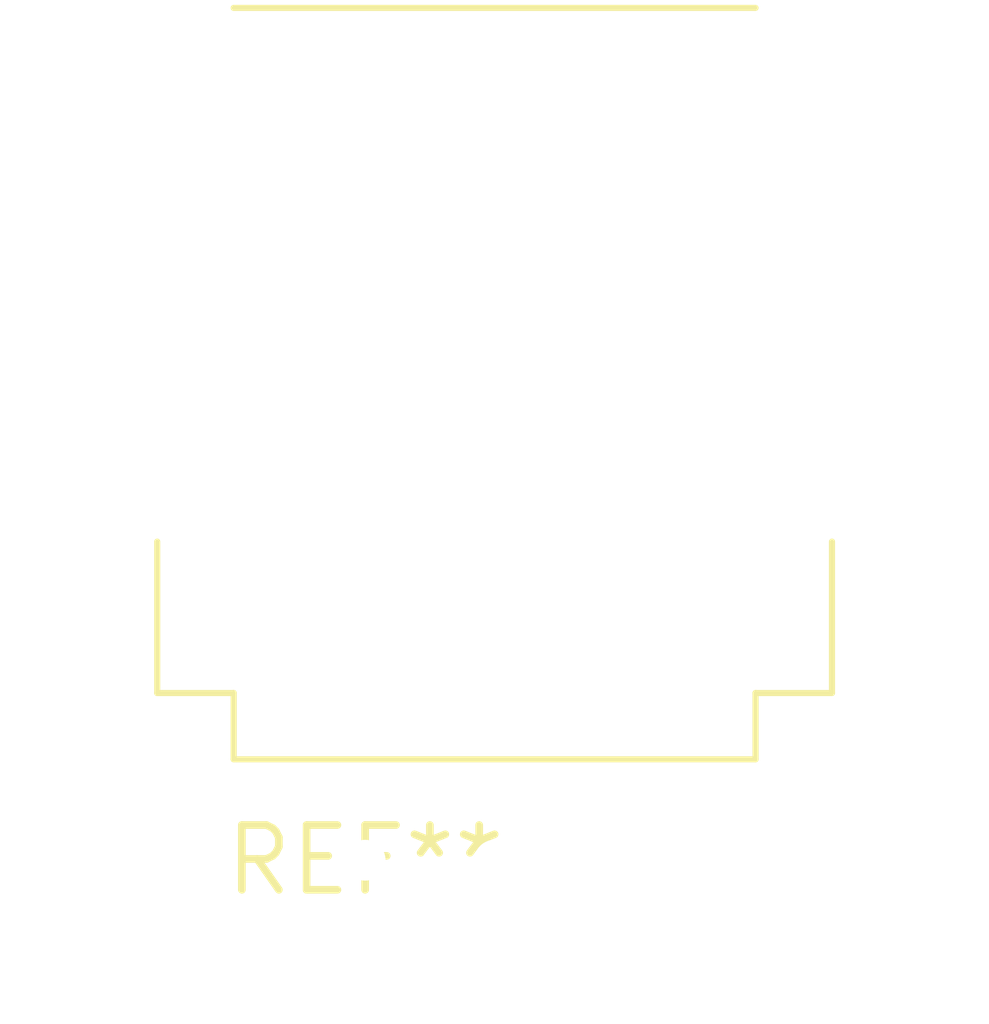
<source format=kicad_pcb>
(kicad_pcb (version 20240108) (generator pcbnew)
  (layers (0 "F.Cu" signal) (31 "B.Cu" signal) (34 "B.Paste" user) (35 "F.Paste" user) (36 "B.SilkS" user "B.Silkscreen") (37 "F.SilkS" user "F.Silkscreen") (38 "B.Mask" user) (39 "F.Mask" user) (44 "Edge.Cuts" user))
  (net 0 "")
  (footprint "AKM_CQ_7" (layer "F.Cu") (at 0 0)
    (property "Reference" "REF**")
    (property "Value" "AKM_CQ_7")
    (fp_line (start -4.08 -6.25) (end -4.08 -3.28) (layer "F.SilkS") (stroke (width 0.12)))
    (fp_line (start -2.58 -3.28) (end -4.08 -3.28) (layer "F.SilkS") (stroke (width 0.12)))
    (fp_line (start -2.58 -3.28) (end -2.58 -1.98) (layer "F.SilkS") (stroke (width 0.12)))
    (fp_line (start -2.58 -1.98) (end 7.66 -1.98) (layer "F.SilkS") (stroke (width 0.12)))
    (fp_line (start 7.66 -16.72) (end -2.58 -16.72) (layer "F.SilkS") (stroke (width 0.12)))
    (fp_line (start 7.66 -3.28) (end 7.66 -1.98) (layer "F.SilkS") (stroke (width 0.12)))
    (fp_line (start 7.66 -3.28) (end 9.16 -3.28) (layer "F.SilkS") (stroke (width 0.12)))
    (fp_line (start 9.16 -6.25) (end 9.16 -3.28) (layer "F.SilkS") (stroke (width 0.12)))
    (pad "1" thru_hole rect (at 0 0) (size 1.5 1.5) (drill 0.8) (layers *.Cu *.Mask) (remove_unused_layers))
    (pad "2" thru_hole circle (at 1.27 2.2) (size 1.5 1.5) (drill 0.8) (layers *.Cu *.Mask) (remove_unused_layers))
    (pad "3" thru_hole circle (at 2.54 0) (size 1.5 1.5) (drill 0.8) (layers *.Cu *.Mask) (remove_unused_layers))
    (pad "4" thru_hole circle (at 3.81 2.2) (size 1.5 1.5) (drill 0.8) (layers *.Cu *.Mask) (remove_unused_layers))
    (pad "5" thru_hole circle (at 5.08 0) (size 1.5 1.5) (drill 0.8) (layers *.Cu *.Mask) (remove_unused_layers))
    (pad "6" thru_hole circle (at 6.965 -13.6) (size 0.8 0.8) (drill 0.5) (layers *.Cu *.Mask) (remove_unused_layers))
    (pad "6" thru_hole circle (at 6.965 -12.27) (size 0.8 0.8) (drill 0.5) (layers *.Cu *.Mask) (remove_unused_layers))
    (pad "6" thru_hole circle (at 6.965 -10.93) (size 0.8 0.8) (drill 0.5) (layers *.Cu *.Mask) (remove_unused_layers))
    (pad "6" thru_hole circle (at 6.965 -9.6) (size 0.8 0.8) (drill 0.5) (layers *.Cu *.Mask) (remove_unused_layers))
    (pad "6" thru_hole circle (at 7.345 -14.78) (size 0.8 0.8) (drill 0.5) (layers *.Cu *.Mask) (remove_unused_layers))
    (pad "6" thru_hole circle (at 7.345 -8.42) (size 0.8 0.8) (drill 0.5) (layers *.Cu *.Mask) (remove_unused_layers))
    (pad "6" thru_hole circle (at 8.347 -15.5) (size 0.8 0.8) (drill 0.5) (layers *.Cu *.Mask) (remove_unused_layers))
    (pad "6" thru_hole circle (at 8.347 -7.7) (size 0.8 0.8) (drill 0.5) (layers *.Cu *.Mask) (remove_unused_layers))
    (pad "6" thru_hole oval (at 8.965 -11.6) (size 6 10) (drill oval 2 6) (layers *.Cu *.Mask) (remove_unused_layers))
    (pad "6" thru_hole circle (at 9.583 -15.5) (size 0.8 0.8) (drill 0.5) (layers *.Cu *.Mask) (remove_unused_layers))
    (pad "6" thru_hole circle (at 9.583 -7.7) (size 0.8 0.8) (drill 0.5) (layers *.Cu *.Mask) (remove_unused_layers))
    (pad "6" thru_hole circle (at 10.585 -14.78) (size 0.8 0.8) (drill 0.5) (layers *.Cu *.Mask) (remove_unused_layers))
    (pad "6" thru_hole circle (at 10.585 -8.42) (size 0.8 0.8) (drill 0.5) (layers *.Cu *.Mask) (remove_unused_layers))
    (pad "6" thru_hole circle (at 10.965 -13.6) (size 0.8 0.8) (drill 0.5) (layers *.Cu *.Mask) (remove_unused_layers))
    (pad "6" thru_hole circle (at 10.965 -12.27) (size 0.8 0.8) (drill 0.5) (layers *.Cu *.Mask) (remove_unused_layers))
    (pad "6" thru_hole circle (at 10.965 -10.93) (size 0.8 0.8) (drill 0.5) (layers *.Cu *.Mask) (remove_unused_layers))
    (pad "6" thru_hole circle (at 10.965 -9.6) (size 0.8 0.8) (drill 0.5) (layers *.Cu *.Mask) (remove_unused_layers))
    (pad "7" thru_hole circle (at -5.885 -13.6) (size 0.8 0.8) (drill 0.5) (layers *.Cu *.Mask) (remove_unused_layers))
    (pad "7" thru_hole circle (at -5.885 -12.27) (size 0.8 0.8) (drill 0.5) (layers *.Cu *.Mask) (remove_unused_layers))
    (pad "7" thru_hole circle (at -5.885 -10.93) (size 0.8 0.8) (drill 0.5) (layers *.Cu *.Mask) (remove_unused_layers))
    (pad "7" thru_hole circle (at -5.885 -9.6) (size 0.8 0.8) (drill 0.5) (layers *.Cu *.Mask) (remove_unused_layers))
    (pad "7" thru_hole circle (at -5.505 -14.78) (size 0.8 0.8) (drill 0.5) (layers *.Cu *.Mask) (remove_unused_layers))
    (pad "7" thru_hole circle (at -5.505 -8.42) (size 0.8 0.8) (drill 0.5) (layers *.Cu *.Mask) (remove_unused_layers))
    (pad "7" thru_hole circle (at -4.503 -15.5) (size 0.8 0.8) (drill 0.5) (layers *.Cu *.Mask) (remove_unused_layers))
    (pad "7" thru_hole circle (at -4.503 -7.7) (size 0.8 0.8) (drill 0.5) (layers *.Cu *.Mask) (remove_unused_layers))
    (pad "7" thru_hole oval (at -3.885 -11.6) (size 6 10) (drill oval 2 6) (layers *.Cu *.Mask) (remove_unused_layers))
    (pad "7" thru_hole circle (at -3.267 -15.5) (size 0.8 0.8) (drill 0.5) (layers *.Cu *.Mask) (remove_unused_layers))
    (pad "7" thru_hole circle (at -3.267 -7.7) (size 0.8 0.8) (drill 0.5) (layers *.Cu *.Mask) (remove_unused_layers))
    (pad "7" thru_hole circle (at -2.265 -14.78) (size 0.8 0.8) (drill 0.5) (layers *.Cu *.Mask) (remove_unused_layers))
    (pad "7" thru_hole circle (at -2.265 -8.42) (size 0.8 0.8) (drill 0.5) (layers *.Cu *.Mask) (remove_unused_layers))
    (pad "7" thru_hole circle (at -1.885 -13.6) (size 0.8 0.8) (drill 0.5) (layers *.Cu *.Mask) (remove_unused_layers))
    (pad "7" thru_hole circle (at -1.885 -12.27) (size 0.8 0.8) (drill 0.5) (layers *.Cu *.Mask) (remove_unused_layers))
    (pad "7" thru_hole circle (at -1.885 -10.93) (size 0.8 0.8) (drill 0.5) (layers *.Cu *.Mask) (remove_unused_layers))
    (pad "7" thru_hole circle (at -1.885 -9.6) (size 0.8 0.8) (drill 0.5) (layers *.Cu *.Mask) (remove_unused_layers))
  )
)
</source>
